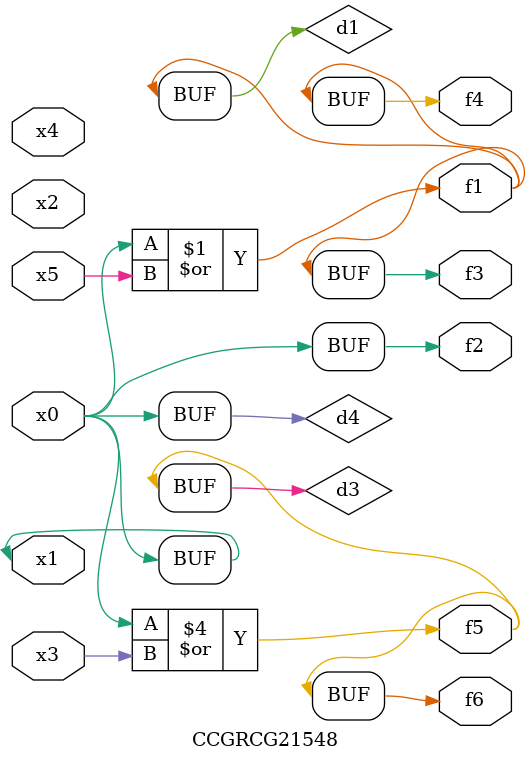
<source format=v>
module CCGRCG21548(
	input x0, x1, x2, x3, x4, x5,
	output f1, f2, f3, f4, f5, f6
);

	wire d1, d2, d3, d4;

	or (d1, x0, x5);
	xnor (d2, x1, x4);
	or (d3, x0, x3);
	buf (d4, x0, x1);
	assign f1 = d1;
	assign f2 = d4;
	assign f3 = d1;
	assign f4 = d1;
	assign f5 = d3;
	assign f6 = d3;
endmodule

</source>
